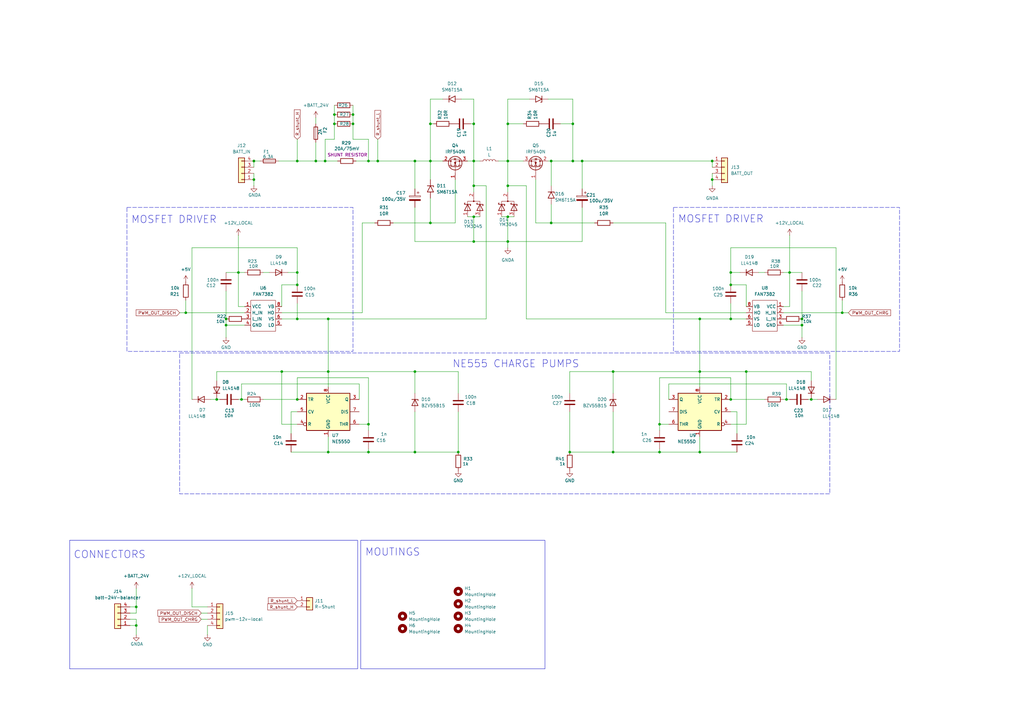
<source format=kicad_sch>
(kicad_sch (version 20231120) (generator "eeschema") (generator_version "8.0")
  (paper "A3")
  (lib_symbols
    (symbol "Connector_Generic:Conn_01x02" (pin_names (offset 1.016) hide)
      (property "Reference" "J" (at 0 2.54 0))
      (property "Value" "Conn_01x02" (at 0 -5.08 0))
      (symbol "Conn_01x02_1_1"
        (pin passive line (at -5.08 0 0) (length 3.81) (name "Pin_1") (number "1"))
        (pin passive line (at -5.08 -2.54 0) (length 3.81) (name "Pin_2") (number "2"))
      )
    )
    (symbol "Connector_Generic:Conn_01x04" (pin_names (offset 1.016) hide)
      (property "Reference" "J" (at 0 5.08 0))
      (property "Value" "Conn_01x04" (at 0 -7.62 0))
      (symbol "Conn_01x04_1_1"
        (pin passive line (at -5.08 2.54 0) (length 3.81) (name "Pin_1") (number "1"))
        (pin passive line (at -5.08 0 0) (length 3.81) (name "Pin_2") (number "2"))
        (pin passive line (at -5.08 -2.54 0) (length 3.81) (name "Pin_3") (number "3"))
        (pin passive line (at -5.08 -5.08 0) (length 3.81) (name "Pin_4") (number "4"))
      )
    )
    (symbol "Device:C" (pin_numbers hide) (pin_names (offset 0.254))
      (property "Reference" "C" (at 0.635 2.54 0))
      (property "Value" "C" (at 0.635 -2.54 0))
      (symbol "C_1_1"
        (pin passive line (at 0 3.81 270) (length 2.794) (name "~") (number "1"))
        (pin passive line (at 0 -3.81 90) (length 2.794) (name "~") (number "2"))
      )
    )
    (symbol "Device:C_Polarized" (pin_numbers hide) (pin_names (offset 0.254))
      (property "Reference" "C" (at 0.635 2.54 0))
      (property "Value" "C_Polarized" (at 0.635 -2.54 0))
      (symbol "C_Polarized_1_1"
        (pin passive line (at 0 3.81 270) (length 2.794) (name "~") (number "1"))
        (pin passive line (at 0 -3.81 90) (length 2.794) (name "~") (number "2"))
      )
    )
    (symbol "Device:D_Schottky_Dual_CommonCathode_AKA_Parallel" (pin_names (offset 0.762) hide)
      (property "Reference" "D" (at 0 5.08 0))
      (property "Value" "D_Schottky_Dual_CommonCathode_AKA_Parallel" (at 0 -5.08 0))
      (symbol "D_Schottky_Dual_CommonCathode_AKA_Parallel_0_1"
        (pin passive line (at -5.08 2.54 0) (length 2.54) (name "K") (number "1"))
        (pin passive line (at 5.08 0 180) (length 2.54) (name "A") (number "2"))
        (pin passive line (at -5.08 -2.54 0) (length 2.54) (name "K") (number "3"))
      )
    )
    (symbol "Device:Fuse" (pin_numbers hide) (pin_names (offset 0))
      (property "Reference" "F" (at 2.032 0 90))
      (property "Value" "Fuse" (at -1.905 0 90))
      (symbol "Fuse_1_1"
        (pin passive line (at 0 3.81 270) (length 1.27) (name "~") (number "1"))
        (pin passive line (at 0 -3.81 90) (length 1.27) (name "~") (number "2"))
      )
    )
    (symbol "Device:L" (pin_numbers hide) (pin_names (offset 1.016) hide)
      (property "Reference" "L" (at -1.27 0 90))
      (property "Value" "L" (at 1.905 0 90))
      (symbol "L_1_1"
        (pin passive line (at 0 3.81 270) (length 1.27) (name "1") (number "1"))
        (pin passive line (at 0 -3.81 90) (length 1.27) (name "2") (number "2"))
      )
    )
    (symbol "Device:R" (pin_numbers hide) (pin_names (offset 0))
      (property "Reference" "R" (at 2.032 0 90))
      (property "Value" "R" (at 0 0 90))
      (symbol "R_1_1"
        (pin passive line (at 0 3.81 270) (length 1.27) (name "~") (number "1"))
        (pin passive line (at 0 -3.81 90) (length 1.27) (name "~") (number "2"))
      )
    )
    (symbol "Diode:BZV55B15" (pin_numbers hide) (pin_names hide)
      (property "Reference" "D" (at 0 2.54 0))
      (property "Value" "BZV55B15" (at 0 -2.54 0))
      (symbol "BZV55B15_1_1"
        (pin passive line (at -3.81 0 0) (length 2.54) (name "K") (number "1"))
        (pin passive line (at 3.81 0 180) (length 2.54) (name "A") (number "2"))
      )
    )
    (symbol "Diode:LL4148" (pin_numbers hide) (pin_names hide)
      (property "Reference" "D" (at 0 2.54 0))
      (property "Value" "LL4148" (at 0 -2.54 0))
      (symbol "LL4148_1_1"
        (pin passive line (at -3.81 0 0) (length 2.54) (name "K") (number "1"))
        (pin passive line (at 3.81 0 180) (length 2.54) (name "A") (number "2"))
      )
    )
    (symbol "Diode:SM6T15A" (pin_numbers hide) (pin_names (offset 1.016) hide)
      (property "Reference" "D" (at 0 2.54 0))
      (property "Value" "SM6T15A" (at 0 -2.54 0))
      (symbol "SM6T15A_1_1"
        (pin passive line (at -3.81 0 0) (length 2.54) (name "A1") (number "1"))
        (pin passive line (at 3.81 0 180) (length 2.54) (name "A2") (number "2"))
      )
    )
    (symbol "Mechanical:MountingHole" (pin_names (offset 1.016)) (exclude_from_sim yes) (in_bom no)
      (property "Reference" "H" (at 0 5.08 0))
      (property "Value" "MountingHole" (at 0 3.175 0))
    )
    (symbol "My-Lib:FAN7382"
      (property "Reference" "U" (at -4.826 9.652 0))
      (property "Value" "FAN7382" (at -1.27 7.366 0))
      (symbol "FAN7382_1_1"
        (pin input line (at -7.62 3.81 0) (length 2.54) (name "VCC") (number "1"))
        (pin input line (at -7.62 1.27 0) (length 2.54) (name "H_IN") (number "2"))
        (pin input line (at -7.62 -1.27 0) (length 2.54) (name "L_IN") (number "3"))
        (pin input line (at -7.62 -3.81 0) (length 2.54) (name "GND") (number "4"))
        (pin input line (at 7.62 -3.81 180) (length 2.54) (name "LO") (number "5"))
        (pin input line (at 7.62 -1.27 180) (length 2.54) (name "VS") (number "6"))
        (pin input line (at 7.62 1.27 180) (length 2.54) (name "HO") (number "7"))
        (pin input line (at 7.62 3.81 180) (length 2.54) (name "VB") (number "8"))
      )
    )
    (symbol "Timer:NE555D"
      (property "Reference" "U" (at -10.16 8.89 0))
      (property "Value" "NE555D" (at 2.54 8.89 0))
      (symbol "NE555D_0_0"
        (pin power_in line (at 0 -10.16 90) (length 2.54) (name "GND") (number "1"))
        (pin power_in line (at 0 10.16 270) (length 2.54) (name "VCC") (number "8"))
      )
      (symbol "NE555D_1_1"
        (pin input line (at -12.7 5.08 0) (length 3.81) (name "TR") (number "2"))
        (pin output line (at 12.7 5.08 180) (length 3.81) (name "Q") (number "3"))
        (pin input inverted (at -12.7 -5.08 0) (length 3.81) (name "R") (number "4"))
        (pin input line (at -12.7 0 0) (length 3.81) (name "CV") (number "5"))
        (pin input line (at 12.7 -5.08 180) (length 3.81) (name "THR") (number "6"))
        (pin input line (at 12.7 0 180) (length 3.81) (name "DIS") (number "7"))
      )
    )
    (symbol "Transistor_FET:IRF540N" (pin_names hide)
      (property "Reference" "Q" (at 5.08 1.905 0))
      (property "Value" "IRF540N" (at 5.08 0 0))
      (symbol "IRF540N_1_1"
        (pin input line (at -5.08 0 0) (length 2.54) (name "G") (number "1"))
        (pin passive line (at 2.54 5.08 270) (length 2.54) (name "D") (number "2"))
        (pin passive line (at 2.54 -5.08 90) (length 2.54) (name "S") (number "3"))
      )
    )
    (symbol "power:+5V" (power) (pin_numbers hide) (pin_names (offset 0) hide)
      (property "Value" "+5V" (at 0 3.556 0))
      (symbol "+5V_1_1"
        (pin power_in line (at 0 0 90) (length 0) (name "~") (number "1"))
      )
    )
    (symbol "power:+BATT" (power) (pin_numbers hide) (pin_names (offset 0) hide)
      (property "Value" "+BATT" (at 0 3.556 0))
      (symbol "+BATT_1_1"
        (pin power_in line (at 0 0 90) (length 0) (name "~") (number "1"))
      )
    )
    (symbol "power:GND" (power) (pin_numbers hide) (pin_names (offset 0) hide)
      (property "Value" "GND" (at 0 -3.81 0))
      (symbol "GND_1_1"
        (pin power_in line (at 0 0 270) (length 0) (name "~") (number "1"))
      )
    )
    (symbol "power:GNDA" (power) (pin_numbers hide) (pin_names (offset 0) hide)
      (property "Value" "GNDA" (at 0 -3.81 0))
      (symbol "GNDA_1_1"
        (pin power_in line (at 0 0 270) (length 0) (name "~") (number "1"))
      )
    )
  )
  (junction (at 345.44 128.27))
  (junction (at 76.2 128.27))
  (junction (at 208.28 76.2))
  (junction (at 299.72 163.83))
  (junction (at 299.72 116.84))
  (junction (at 328.93 133.35))
  (junction (at 194.31 76.2))
  (junction (at 133.35 66.04))
  (junction (at 97.79 111.76))
  (junction (at 287.02 130.81))
  (junction (at 299.72 130.81))
  (junction (at 226.06 91.44))
  (junction (at 170.18 185.42))
  (junction (at 154.94 66.04))
  (junction (at 121.92 116.84))
  (junction (at 251.46 152.4))
  (junction (at 234.95 50.8))
  (junction (at 208.28 99.06))
  (junction (at 176.53 91.44))
  (junction (at 121.92 130.81))
  (junction (at 137.16 50.8))
  (junction (at 134.62 185.42))
  (junction (at 151.13 66.04))
  (junction (at 251.46 185.42))
  (junction (at 134.62 152.4))
  (junction (at 234.95 66.04))
  (junction (at 194.31 66.04))
  (junction (at 226.06 66.04))
  (junction (at 292.1 73.66))
  (junction (at 287.02 185.42))
  (junction (at 99.06 163.83))
  (junction (at 194.31 88.9))
  (junction (at 137.16 46.99))
  (junction (at 323.85 111.76))
  (junction (at 92.71 133.35))
  (junction (at 176.53 66.04))
  (junction (at 292.1 66.04))
  (junction (at 299.72 111.76))
  (junction (at 151.13 173.99))
  (junction (at 194.31 50.8))
  (junction (at 134.62 130.81))
  (junction (at 208.28 66.04))
  (junction (at 176.53 50.8))
  (junction (at 55.88 248.92))
  (junction (at 208.28 50.8))
  (junction (at 104.14 73.66))
  (junction (at 194.31 99.06))
  (junction (at 233.68 185.42))
  (junction (at 187.96 185.42))
  (junction (at 88.9 163.83))
  (junction (at 144.78 50.8))
  (junction (at 170.18 152.4))
  (junction (at 322.58 163.83))
  (junction (at 306.07 152.4))
  (junction (at 104.14 66.04))
  (junction (at 144.78 46.99))
  (junction (at 270.51 185.42))
  (junction (at 115.57 152.4))
  (junction (at 332.74 163.83))
  (junction (at 121.92 163.83))
  (junction (at 129.54 66.04))
  (junction (at 208.28 88.9))
  (junction (at 121.92 111.76))
  (junction (at 328.93 130.81))
  (junction (at 270.51 173.99))
  (junction (at 92.71 130.81))
  (junction (at 55.88 256.54))
  (junction (at 170.18 66.04))
  (junction (at 287.02 152.4))
  (junction (at 151.13 185.42))
  (junction (at 121.92 66.04))
  (junction (at 238.76 66.04))
  (wire (pts (xy 194.31 88.9) (xy 196.85 88.9)))
  (wire (pts (xy 121.92 101.6) (xy 121.92 111.76)))
  (wire (pts (xy 134.62 152.4) (xy 115.57 152.4)))
  (wire (pts (xy 194.31 99.06) (xy 208.28 99.06)))
  (wire (pts (xy 194.31 50.8) (xy 194.31 66.04)))
  (wire (pts (xy 194.31 66.04) (xy 196.85 66.04)))
  (wire (pts (xy 238.76 99.06) (xy 238.76 85.09)))
  (wire (pts (xy 144.78 50.8) (xy 144.78 57.15)))
  (wire (pts (xy 208.28 99.06) (xy 208.28 88.9)))
  (wire (pts (xy 115.57 128.27) (xy 148.59 128.27)))
  (wire (pts (xy 226.06 83.82) (xy 226.06 91.44)))
  (wire (pts (xy 251.46 152.4) (xy 251.46 161.29)))
  (wire (pts (xy 137.16 50.8) (xy 137.16 57.15)))
  (wire (pts (xy 323.85 111.76) (xy 321.31 111.76)))
  (wire (pts (xy 226.06 66.04) (xy 226.06 76.2)))
  (wire (pts (xy 78.74 248.92) (xy 85.09 248.92)))
  (wire (pts (xy 151.13 184.15) (xy 151.13 185.42)))
  (wire (pts (xy 53.34 251.46) (xy 55.88 251.46)))
  (wire (pts (xy 191.77 88.9) (xy 194.31 88.9)))
  (wire (pts (xy 208.28 101.6) (xy 208.28 99.06)))
  (wire (pts (xy 205.74 88.9) (xy 208.28 88.9)))
  (wire (pts (xy 251.46 152.4) (xy 233.68 152.4)))
  (wire (pts (xy 121.92 57.15) (xy 121.92 66.04)))
  (wire (pts (xy 121.92 154.94) (xy 151.13 154.94)))
  (wire (pts (xy 226.06 91.44) (xy 243.84 91.44)))
  (wire (pts (xy 115.57 125.73) (xy 115.57 116.84)))
  (wire (pts (xy 55.88 248.92) (xy 55.88 241.3)))
  (wire (pts (xy 134.62 152.4) (xy 134.62 158.75)))
  (wire (pts (xy 134.62 130.81) (xy 121.92 130.81)))
  (wire (pts (xy 151.13 154.94) (xy 151.13 173.99)))
  (wire (pts (xy 321.31 125.73) (xy 323.85 125.73)))
  (wire (pts (xy 100.33 125.73) (xy 97.79 125.73)))
  (wire (pts (xy 345.44 123.19) (xy 345.44 128.27)))
  (wire (pts (xy 328.93 119.38) (xy 328.93 130.81)))
  (wire (pts (xy 133.35 57.15) (xy 137.16 57.15)))
  (wire (pts (xy 176.53 81.28) (xy 176.53 91.44)))
  (wire (pts (xy 287.02 179.07) (xy 287.02 185.42)))
  (wire (pts (xy 151.13 57.15) (xy 144.78 57.15)))
  (wire (pts (xy 313.69 111.76) (xy 311.15 111.76)))
  (wire (pts (xy 53.34 248.92) (xy 55.88 248.92)))
  (wire (pts (xy 208.28 50.8) (xy 214.63 50.8)))
  (wire (pts (xy 97.79 111.76) (xy 100.33 111.76)))
  (wire (pts (xy 88.9 163.83) (xy 90.17 163.83)))
  (wire (pts (xy 119.38 185.42) (xy 134.62 185.42)))
  (wire (pts (xy 347.98 128.27) (xy 345.44 128.27)))
  (wire (pts (xy 86.36 163.83) (xy 88.9 163.83)))
  (wire (pts (xy 208.28 76.2) (xy 215.9 76.2)))
  (wire (pts (xy 119.38 177.8) (xy 119.38 168.91)))
  (wire (pts (xy 234.95 40.64) (xy 234.95 50.8)))
  (wire (pts (xy 76.2 128.27) (xy 100.33 128.27)))
  (wire (pts (xy 99.06 157.48) (xy 99.06 163.83)))
  (wire (pts (xy 219.71 91.44) (xy 226.06 91.44)))
  (wire (pts (xy 118.11 111.76) (xy 121.92 111.76)))
  (wire (pts (xy 78.74 163.83) (xy 78.74 101.6)))
  (wire (pts (xy 144.78 46.99) (xy 144.78 50.8)))
  (wire (pts (xy 78.74 241.3) (xy 78.74 248.92)))
  (wire (pts (xy 313.69 163.83) (xy 299.72 163.83)))
  (wire (pts (xy 199.39 130.81) (xy 134.62 130.81)))
  (wire (pts (xy 176.53 66.04) (xy 176.53 73.66)))
  (wire (pts (xy 92.71 119.38) (xy 92.71 130.81)))
  (wire (pts (xy 332.74 152.4) (xy 306.07 152.4)))
  (wire (pts (xy 194.31 76.2) (xy 194.31 78.74)))
  (wire (pts (xy 129.54 48.26) (xy 129.54 50.8)))
  (wire (pts (xy 194.31 66.04) (xy 194.31 76.2)))
  (wire (pts (xy 92.71 133.35) (xy 100.33 133.35)))
  (wire (pts (xy 234.95 66.04) (xy 238.76 66.04)))
  (wire (pts (xy 170.18 152.4) (xy 170.18 161.29)))
  (wire (pts (xy 287.02 185.42) (xy 270.51 185.42)))
  (wire (pts (xy 151.13 173.99) (xy 151.13 176.53)))
  (wire (pts (xy 322.58 157.48) (xy 322.58 163.83)))
  (wire (pts (xy 204.47 66.04) (xy 208.28 66.04)))
  (wire (pts (xy 194.31 40.64) (xy 194.31 50.8)))
  (wire (pts (xy 199.39 76.2) (xy 199.39 130.81)))
  (wire (pts (xy 176.53 66.04) (xy 181.61 66.04)))
  (wire (pts (xy 151.13 66.04) (xy 146.05 66.04)))
  (wire (pts (xy 226.06 66.04) (xy 234.95 66.04)))
  (wire (pts (xy 302.26 168.91) (xy 299.72 168.91)))
  (wire (pts (xy 306.07 173.99) (xy 299.72 173.99)))
  (wire (pts (xy 119.38 168.91) (xy 121.92 168.91)))
  (wire (pts (xy 342.9 163.83) (xy 342.9 101.6)))
  (wire (pts (xy 215.9 76.2) (xy 215.9 130.81)))
  (wire (pts (xy 85.09 251.46) (xy 82.55 251.46)))
  (wire (pts (xy 287.02 130.81) (xy 287.02 152.4)))
  (wire (pts (xy 270.51 173.99) (xy 274.32 173.99)))
  (wire (pts (xy 121.92 163.83) (xy 121.92 154.94)))
  (wire (pts (xy 273.05 128.27) (xy 273.05 91.44)))
  (wire (pts (xy 85.09 260.35) (xy 85.09 256.54)))
  (wire (pts (xy 208.28 50.8) (xy 208.28 66.04)))
  (wire (pts (xy 92.71 133.35) (xy 92.71 138.43)))
  (wire (pts (xy 332.74 163.83) (xy 331.47 163.83)))
  (wire (pts (xy 191.77 66.04) (xy 194.31 66.04)))
  (wire (pts (xy 176.53 50.8) (xy 177.8 50.8)))
  (wire (pts (xy 328.93 133.35) (xy 321.31 133.35)))
  (wire (pts (xy 151.13 66.04) (xy 154.94 66.04)))
  (wire (pts (xy 92.71 130.81) (xy 92.71 133.35)))
  (wire (pts (xy 342.9 101.6) (xy 299.72 101.6)))
  (wire (pts (xy 107.95 111.76) (xy 110.49 111.76)))
  (wire (pts (xy 170.18 66.04) (xy 170.18 77.47)))
  (wire (pts (xy 148.59 91.44) (xy 153.67 91.44)))
  (wire (pts (xy 88.9 156.21) (xy 88.9 152.4)))
  (wire (pts (xy 189.23 40.64) (xy 194.31 40.64)))
  (wire (pts (xy 270.51 173.99) (xy 270.51 176.53)))
  (wire (pts (xy 176.53 91.44) (xy 186.69 91.44)))
  (wire (pts (xy 303.53 111.76) (xy 299.72 111.76)))
  (wire (pts (xy 147.32 163.83) (xy 147.32 157.48)))
  (wire (pts (xy 332.74 156.21) (xy 332.74 152.4)))
  (wire (pts (xy 323.85 163.83) (xy 322.58 163.83)))
  (wire (pts (xy 104.14 66.04) (xy 106.68 66.04)))
  (wire (pts (xy 193.04 50.8) (xy 194.31 50.8)))
  (wire (pts (xy 115.57 173.99) (xy 121.92 173.99)))
  (wire (pts (xy 208.28 88.9) (xy 210.82 88.9)))
  (wire (pts (xy 151.13 173.99) (xy 147.32 173.99)))
  (wire (pts (xy 251.46 185.42) (xy 233.68 185.42)))
  (wire (pts (xy 170.18 99.06) (xy 170.18 85.09)))
  (wire (pts (xy 194.31 88.9) (xy 194.31 99.06)))
  (wire (pts (xy 251.46 91.44) (xy 273.05 91.44)))
  (wire (pts (xy 233.68 185.42) (xy 233.68 168.91)))
  (wire (pts (xy 99.06 163.83) (xy 100.33 163.83)))
  (wire (pts (xy 134.62 185.42) (xy 151.13 185.42)))
  (wire (pts (xy 92.71 111.76) (xy 97.79 111.76)))
  (wire (pts (xy 208.28 50.8) (xy 208.28 40.64)))
  (wire (pts (xy 208.28 66.04) (xy 214.63 66.04)))
  (wire (pts (xy 306.07 116.84) (xy 299.72 116.84)))
  (wire (pts (xy 104.14 71.12) (xy 104.14 73.66)))
  (wire (pts (xy 170.18 99.06) (xy 194.31 99.06)))
  (wire (pts (xy 345.44 128.27) (xy 321.31 128.27)))
  (wire (pts (xy 97.79 125.73) (xy 97.79 111.76)))
  (wire (pts (xy 115.57 152.4) (xy 115.57 173.99)))
  (wire (pts (xy 170.18 152.4) (xy 187.96 152.4)))
  (wire (pts (xy 287.02 152.4) (xy 287.02 158.75)))
  (wire (pts (xy 137.16 43.18) (xy 137.16 46.99)))
  (wire (pts (xy 323.85 125.73) (xy 323.85 111.76)))
  (wire (pts (xy 229.87 50.8) (xy 234.95 50.8)))
  (wire (pts (xy 121.92 111.76) (xy 121.92 116.84)))
  (wire (pts (xy 208.28 76.2) (xy 208.28 78.74)))
  (wire (pts (xy 144.78 43.18) (xy 144.78 46.99)))
  (wire (pts (xy 55.88 251.46) (xy 55.88 248.92)))
  (wire (pts (xy 208.28 99.06) (xy 238.76 99.06)))
  (wire (pts (xy 161.29 91.44) (xy 176.53 91.44)))
  (wire (pts (xy 53.34 254) (xy 55.88 254)))
  (wire (pts (xy 299.72 124.46) (xy 299.72 130.81)))
  (wire (pts (xy 88.9 152.4) (xy 115.57 152.4)))
  (wire (pts (xy 73.66 128.27) (xy 76.2 128.27)))
  (wire (pts (xy 234.95 50.8) (xy 234.95 66.04)))
  (wire (pts (xy 107.95 163.83) (xy 121.92 163.83)))
  (wire (pts (xy 129.54 66.04) (xy 133.35 66.04)))
  (wire (pts (xy 224.79 40.64) (xy 234.95 40.64)))
  (wire (pts (xy 299.72 130.81) (xy 306.07 130.81)))
  (wire (pts (xy 299.72 163.83) (xy 299.72 154.94)))
  (wire (pts (xy 251.46 185.42) (xy 251.46 168.91)))
  (wire (pts (xy 238.76 66.04) (xy 238.76 77.47)))
  (wire (pts (xy 134.62 152.4) (xy 170.18 152.4)))
  (wire (pts (xy 270.51 185.42) (xy 251.46 185.42)))
  (wire (pts (xy 215.9 130.81) (xy 287.02 130.81)))
  (wire (pts (xy 224.79 66.04) (xy 226.06 66.04)))
  (wire (pts (xy 151.13 185.42) (xy 170.18 185.42)))
  (wire (pts (xy 170.18 185.42) (xy 170.18 168.91)))
  (wire (pts (xy 55.88 256.54) (xy 55.88 260.35)))
  (wire (pts (xy 187.96 185.42) (xy 187.96 168.91)))
  (wire (pts (xy 299.72 101.6) (xy 299.72 111.76)))
  (wire (pts (xy 55.88 254) (xy 55.88 256.54)))
  (wire (pts (xy 270.51 184.15) (xy 270.51 185.42)))
  (wire (pts (xy 133.35 66.04) (xy 138.43 66.04)))
  (wire (pts (xy 302.26 185.42) (xy 287.02 185.42)))
  (wire (pts (xy 134.62 130.81) (xy 134.62 152.4)))
  (wire (pts (xy 147.32 157.48) (xy 99.06 157.48)))
  (wire (pts (xy 115.57 116.84) (xy 121.92 116.84)))
  (wire (pts (xy 129.54 58.42) (xy 129.54 66.04)))
  (wire (pts (xy 154.94 57.15) (xy 154.94 66.04)))
  (wire (pts (xy 219.71 73.66) (xy 219.71 91.44)))
  (wire (pts (xy 154.94 66.04) (xy 170.18 66.04)))
  (wire (pts (xy 97.79 163.83) (xy 99.06 163.83)))
  (wire (pts (xy 194.31 76.2) (xy 199.39 76.2)))
  (wire (pts (xy 208.28 66.04) (xy 208.28 76.2)))
  (wire (pts (xy 302.26 177.8) (xy 302.26 168.91)))
  (wire (pts (xy 121.92 130.81) (xy 115.57 130.81)))
  (wire (pts (xy 233.68 152.4) (xy 233.68 161.29)))
  (wire (pts (xy 133.35 66.04) (xy 133.35 57.15)))
  (wire (pts (xy 186.69 73.66) (xy 186.69 91.44)))
  (wire (pts (xy 328.93 130.81) (xy 328.93 133.35)))
  (wire (pts (xy 148.59 128.27) (xy 148.59 91.44)))
  (wire (pts (xy 292.1 66.04) (xy 292.1 68.58)))
  (wire (pts (xy 299.72 154.94) (xy 270.51 154.94)))
  (wire (pts (xy 208.28 40.64) (xy 217.17 40.64)))
  (wire (pts (xy 270.51 154.94) (xy 270.51 173.99)))
  (wire (pts (xy 274.32 163.83) (xy 274.32 157.48)))
  (wire (pts (xy 104.14 73.66) (xy 104.14 76.2)))
  (wire (pts (xy 151.13 66.04) (xy 151.13 57.15)))
  (wire (pts (xy 137.16 46.99) (xy 137.16 50.8)))
  (wire (pts (xy 274.32 157.48) (xy 322.58 157.48)))
  (wire (pts (xy 287.02 152.4) (xy 306.07 152.4)))
  (wire (pts (xy 322.58 163.83) (xy 321.31 163.83)))
  (wire (pts (xy 97.79 111.76) (xy 97.79 96.52)))
  (wire (pts (xy 328.93 133.35) (xy 328.93 138.43)))
  (wire (pts (xy 170.18 185.42) (xy 187.96 185.42)))
  (wire (pts (xy 287.02 152.4) (xy 251.46 152.4)))
  (wire (pts (xy 176.53 50.8) (xy 176.53 40.64)))
  (wire (pts (xy 170.18 66.04) (xy 176.53 66.04)))
  (wire (pts (xy 292.1 71.12) (xy 292.1 73.66)))
  (wire (pts (xy 176.53 40.64) (xy 181.61 40.64)))
  (wire (pts (xy 187.96 152.4) (xy 187.96 161.29)))
  (wire (pts (xy 306.07 125.73) (xy 306.07 116.84)))
  (wire (pts (xy 328.93 111.76) (xy 323.85 111.76)))
  (wire (pts (xy 292.1 73.66) (xy 292.1 76.2)))
  (wire (pts (xy 287.02 130.81) (xy 299.72 130.81)))
  (wire (pts (xy 85.09 254) (xy 82.55 254)))
  (wire (pts (xy 104.14 66.04) (xy 104.14 68.58)))
  (wire (pts (xy 299.72 111.76) (xy 299.72 116.84)))
  (wire (pts (xy 121.92 124.46) (xy 121.92 130.81)))
  (wire (pts (xy 53.34 256.54) (xy 55.88 256.54)))
  (wire (pts (xy 335.28 163.83) (xy 332.74 163.83)))
  (wire (pts (xy 323.85 111.76) (xy 323.85 96.52)))
  (wire (pts (xy 306.07 152.4) (xy 306.07 173.99)))
  (wire (pts (xy 134.62 179.07) (xy 134.62 185.42)))
  (wire (pts (xy 176.53 50.8) (xy 176.53 66.04)))
  (wire (pts (xy 78.74 101.6) (xy 121.92 101.6)))
  (wire (pts (xy 114.3 66.04) (xy 121.92 66.04)))
  (wire (pts (xy 76.2 123.19) (xy 76.2 128.27)))
  (wire (pts (xy 121.92 66.04) (xy 129.54 66.04)))
  (wire (pts (xy 238.76 66.04) (xy 292.1 66.04)))
  (wire (pts (xy 306.07 128.27) (xy 273.05 128.27)))
  (rectangle (start 147.955 221.615) (end 223.52 274.32))
  (rectangle (start 73.66 144.78) (end 340.36 202.565) (stroke (width 0) (type dash)))
  (rectangle (start 52.07 85.09) (end 144.78 144.145) (stroke (width 0) (type dash)))
  (rectangle (start 276.225 85.09) (end 368.935 144.145) (stroke (width 0) (type dash)))
  (rectangle (start 28.575 221.615) (end 146.685 274.32))
  (text "MOUTINGS" (at 161.036 226.568 0) (effects (font (size 3 3))))
  (text "NE555 CHARGE PUMPS" (at 211.582 149.352 0) (effects (font (size 3 3))))
  (text "MOSFET DRIVER" (at 295.656 89.916 0) (effects (font (size 3 3))))
  (text "MOSFET DRIVER" (at 71.374 90.17 0) (effects (font (size 3 3))))
  (text "CONNECTORS\n" (at 44.958 227.584 0) (effects (font (size 3 3))))
  (global_label "PWM_OUT_DISCH" (shape input) (at 82.55 251.46 180) (property "Intersheetrefs" "${INTERSHEET_REFS}" (effects (hide yes))))
  (global_label "R_shunt_L" (shape input) (at 121.92 246.38 180) (property "Intersheetrefs" "${INTERSHEET_REFS}" (effects (hide yes))))
  (global_label "PWM_OUT_CHRG" (shape input) (at 347.98 128.27 0) (property "Intersheetrefs" "${INTERSHEET_REFS}" (effects (hide yes))))
  (global_label "R_shunt_H" (shape input) (at 121.92 248.92 180) (property "Intersheetrefs" "${INTERSHEET_REFS}" (effects (hide yes))))
  (global_label "R_shunt_L" (shape input) (at 154.94 57.15 90) (property "Intersheetrefs" "${INTERSHEET_REFS}" (effects (hide yes))))
  (global_label "PWM_OUT_DISCH" (shape input) (at 73.66 128.27 180) (property "Intersheetrefs" "${INTERSHEET_REFS}" (effects (hide yes))))
  (global_label "PWM_OUT_CHRG" (shape input) (at 82.55 254 180) (property "Intersheetrefs" "${INTERSHEET_REFS}" (effects (hide yes))))
  (global_label "R_shunt_H" (shape input) (at 121.92 57.15 90) (property "Intersheetrefs" "${INTERSHEET_REFS}" (effects (hide yes))))
  (symbol (lib_id "Mechanical:MountingHole") (at 165.1 252.73 0) (unit 1) (exclude_from_sim yes) (in_bom no)
    (property "Reference" "H5" (at 167.64 251.4599 0) (effects (justify left)))
    (property "Value" "MountingHole" (at 167.64 253.9999 0) (effects (justify left)))
    (property "Footprint" "My-Footprints:Mount-Hole-3mm" (effects (hide yes)))
    (property "Description" "Mounting Hole without connection" (effects (hide yes)))
  )
  (symbol (lib_id "Device:R") (at 104.14 163.83 270) (unit 1)
    (property "Reference" "R24" (at 105.156 161.544 90) (effects (justify right)))
    (property "Value" "100k" (at 106.934 166.116 90) (effects (justify right)))
    (property "Footprint" "Resistor_SMD:R_0805_2012Metric" (effects (hide yes)))
    (property "Description" "Resistor" (effects (hide yes)))
  )
  (symbol (lib_id "Device:C") (at 151.13 180.34 180) (unit 1)
    (property "Reference" "C16" (at 158.242 180.594 0) (effects (justify left)))
    (property "Value" "1n" (at 158.75 178.054 0) (effects (justify left)))
    (property "Footprint" "Capacitor_SMD:C_0805_2012Metric_Pad1.18x1.45mm_HandSolder" (effects (hide yes)))
    (property "Description" "Unpolarized capacitor" (effects (hide yes)))
  )
  (symbol (lib_id "Diode:LL4148") (at 114.3 111.76 180) (unit 1)
    (property "Reference" "D9" (at 114.3 105.41 0))
    (property "Value" "LL4148" (at 114.3 107.95 0))
    (property "Footprint" "Diode_SMD:D_MiniMELF" (effects (hide yes)))
    (property "Datasheet" "http://www.vishay.com/docs/85557/ll4148.pdf" (effects (hide yes)))
    (property "Description" "100V 0.15A standard switching diode, MiniMELF" (effects (hide yes)))
    (property "Sim.Device" "D" (effects (hide yes)))
    (property "Sim.Pins" "1=K 2=A" (effects (hide yes)))
  )
  (symbol (lib_id "Device:R") (at 233.68 189.23 0) (mirror x) (unit 1)
    (property "Reference" "R41" (at 231.648 188.214 0) (effects (justify right)))
    (property "Value" "1k" (at 231.902 190.246 0) (effects (justify right)))
    (property "Footprint" "Resistor_SMD:R_0805_2012Metric" (effects (hide yes)))
    (property "Description" "Resistor" (effects (hide yes)))
  )
  (symbol (lib_id "Connector_Generic:Conn_01x04") (at 90.17 251.46 0) (unit 1)
    (property "Reference" "J15" (at 92.202 251.5178 0) (effects (justify left)))
    (property "Value" "pwm-12v-local" (at 92.202 253.9421 0) (effects (justify left)))
    (property "Footprint" "My-Footprints-connectors:PinSocket_1x04_P2.54mm_Vertical" (effects (hide yes)))
    (property "Description" "Generic connector, single row, 01x04, script generated (kicad-library-utils/schlib/autogen/connector/)" (effects (hide yes)))
  )
  (symbol (lib_id "Device:C") (at 121.92 120.65 180) (unit 1)
    (property "Reference" "C15" (at 129.032 120.904 0) (effects (justify left)))
    (property "Value" "100n" (at 129.54 118.364 0) (effects (justify left)))
    (property "Footprint" "Capacitor_SMD:C_0805_2012Metric_Pad1.18x1.45mm_HandSolder" (effects (hide yes)))
    (property "Description" "Unpolarized capacitor" (effects (hide yes)))
  )
  (symbol (lib_id "Device:C") (at 233.68 165.1 0) (mirror x) (unit 1)
    (property "Reference" "C27" (at 226.568 165.354 0) (effects (justify left)))
    (property "Value" "100n" (at 226.06 162.814 0) (effects (justify left)))
    (property "Footprint" "Capacitor_SMD:C_0805_2012Metric_Pad1.18x1.45mm_HandSolder" (effects (hide yes)))
    (property "Description" "Unpolarized capacitor" (effects (hide yes)))
  )
  (symbol (lib_id "Device:R") (at 325.12 130.81 270) (mirror x) (unit 1)
    (property "Reference" "R37" (at 332.74 129.794 90) (effects (justify right)))
    (property "Value" "10k" (at 332.994 131.826 90) (effects (justify right)))
    (property "Footprint" "Resistor_SMD:R_0805_2012Metric" (effects (hide yes)))
    (property "Description" "Resistor" (effects (hide yes)))
  )
  (symbol (lib_id "power:+5V") (at 323.85 96.52 0) (mirror y) (unit 1)
    (property "Reference" "#PWR057" (effects (hide yes)))
    (property "Value" "+12V_LOCAL" (at 323.85 91.44 0))
    (property "Description" "Power symbol creates a global label with name \"+5V\"" (effects (hide yes)))
  )
  (symbol (lib_id "My-Lib:FAN7382") (at 107.95 129.54 0) (unit 1)
    (property "Reference" "U6" (at 107.95 118.11 0))
    (property "Value" "FAN7382" (at 107.95 120.65 0))
    (property "Footprint" "Package_DIP:DIP-8_W10.16mm_LongPads" (effects (hide yes)))
    (property "Description" "High-Side and Low-Side Gate Driver" (effects (hide yes)))
  )
  (symbol (lib_id "Device:D_Schottky_Dual_CommonCathode_AKA_Parallel") (at 208.28 83.82 90) (unit 1)
    (property "Reference" "D14" (at 204.724 90.17 90) (effects (justify right)))
    (property "Value" "YM3045" (at 204.724 92.0751 90) (effects (justify right)))
    (property "Footprint" "My-Footprints:TO-220-3_V_Thick_Pads" (effects (hide yes)))
    (property "Description" "Dual Schottky diode, common anode on pin 1" (effects (hide yes)))
  )
  (symbol (lib_id "Device:R") (at 140.97 46.99 90) (unit 1)
    (property "Reference" "R27" (at 141.224 46.99 90))
    (property "Value" "20A/75mV" (effects (hide yes)))
    (property "Footprint" "Resistor_THT:R_Axial_DIN0309_L9.0mm_D3.2mm_P20.32mm_Horizontal" (effects (hide yes)))
    (property "Description" "SHUNT RESISTOR" (effects (hide yes)))
  )
  (symbol (lib_id "Connector_Generic:Conn_01x04") (at 297.18 68.58 0) (unit 1)
    (property "Reference" "J13" (at 299.72 68.5799 0) (effects (justify left)))
    (property "Value" "BATT_OUT" (at 299.72 71.1199 0) (effects (justify left)))
    (property "Footprint" "My-Footprints-connectors:Flat-6,3mm-connector-4P" (effects (hide yes)))
    (property "Description" "Generic connector, single row, 01x04, script generated (kicad-library-utils/schlib/autogen/connector/)" (effects (hide yes)))
  )
  (symbol (lib_id "Device:C") (at 302.26 181.61 180) (unit 1)
    (property "Reference" "C24" (at 309.372 181.864 0) (effects (justify left)))
    (property "Value" "10n" (at 309.88 179.324 0) (effects (justify left)))
    (property "Footprint" "Capacitor_SMD:C_0805_2012Metric_Pad1.18x1.45mm_HandSolder" (effects (hide yes)))
    (property "Description" "Unpolarized capacitor" (effects (hide yes)))
  )
  (symbol (lib_id "Diode:LL4148") (at 82.55 163.83 0) (unit 1)
    (property "Reference" "D7" (at 84.328 168.148 0) (effects (justify right)))
    (property "Value" "LL4148" (at 84.328 170.688 0) (effects (justify right)))
    (property "Footprint" "Diode_SMD:D_MiniMELF" (effects (hide yes)))
    (property "Datasheet" "http://www.vishay.com/docs/85557/ll4148.pdf" (effects (hide yes)))
    (property "Description" "100V 0.15A standard switching diode, MiniMELF" (effects (hide yes)))
    (property "Sim.Device" "D" (effects (hide yes)))
    (property "Sim.Pins" "1=K 2=A" (effects (hide yes)))
  )
  (symbol (lib_id "Device:R") (at 76.2 119.38 0) (unit 1)
    (property "Reference" "R21" (at 73.66 120.6501 0) (effects (justify right)))
    (property "Value" "10k" (at 73.66 118.1101 0) (effects (justify right)))
    (property "Footprint" "Resistor_SMD:R_0805_2012Metric" (effects (hide yes)))
    (property "Description" "Resistor" (effects (hide yes)))
  )
  (symbol (lib_id "power:+5V") (at 78.74 241.3 0) (unit 1)
    (property "Reference" "#PWR066" (effects (hide yes)))
    (property "Value" "+12V_LOCAL" (at 78.74 236.22 0))
    (property "Description" "Power symbol creates a global label with name \"+5V\"" (effects (hide yes)))
  )
  (symbol (lib_id "Device:C") (at 270.51 180.34 0) (mirror x) (unit 1)
    (property "Reference" "C26" (at 263.398 180.594 0) (effects (justify left)))
    (property "Value" "1n" (at 262.89 178.054 0) (effects (justify left)))
    (property "Footprint" "Capacitor_SMD:C_0805_2012Metric_Pad1.18x1.45mm_HandSolder" (effects (hide yes)))
    (property "Description" "Unpolarized capacitor" (effects (hide yes)))
  )
  (symbol (lib_id "Device:R") (at 218.44 50.8 90) (mirror x) (unit 1)
    (property "Reference" "R34" (at 217.2278 49.022 0) (effects (justify right)))
    (property "Value" "10R" (at 219.6521 49.022 0) (effects (justify right)))
    (property "Footprint" "Resistor_THT:R_Axial_DIN0204_L3.6mm_D1.6mm_P7.62mm_Horizontal" (effects (hide yes)))
    (property "Description" "Resistor" (effects (hide yes)))
  )
  (symbol (lib_id "Mechanical:MountingHole") (at 165.1 257.81 0) (unit 1) (exclude_from_sim yes) (in_bom no)
    (property "Reference" "H6" (at 167.64 256.5399 0) (effects (justify left)))
    (property "Value" "MountingHole" (at 167.64 259.0799 0) (effects (justify left)))
    (property "Footprint" "My-Footprints:Mount-Hole-3mm" (effects (hide yes)))
    (property "Description" "Mounting Hole without connection" (effects (hide yes)))
  )
  (symbol (lib_id "power:GNDA") (at 292.1 76.2 0) (unit 1)
    (property "Reference" "#PWR056" (effects (hide yes)))
    (property "Value" "GNDA" (at 292.1 81.28 0))
    (property "Description" "Power symbol creates a global label with name \"GNDA\" , analog ground" (effects (hide yes)))
  )
  (symbol (lib_id "Device:R") (at 142.24 66.04 90) (unit 1)
    (property "Reference" "R29" (at 141.986 58.674 90))
    (property "Value" "20A/75mV" (at 142.24 60.96 90))
    (property "Footprint" "My-Footprints:Resistor-Power-5W-L22-W10" (effects (hide yes)))
    (property "Description" "SHUNT RESISTOR" (at 142.494 63.5 90))
  )
  (symbol (lib_id "Diode:SM6T15A") (at 220.98 40.64 180) (unit 1)
    (property "Reference" "D15" (at 220.98 34.29 0))
    (property "Value" "SM6T15A" (at 220.98 36.83 0))
    (property "Footprint" "Diode_SMD:D_SMB" (effects (hide yes)))
    (property "Datasheet" "https://www.st.com/resource/en/datasheet/sm6t.pdf" (effects (hide yes)))
    (property "Description" "600W unidirectional Transil Transient Voltage Suppressor, 15Vrwm, DO-214AA" (effects (hide yes)))
  )
  (symbol (lib_id "Device:R") (at 247.65 91.44 270) (mirror x) (unit 1)
    (property "Reference" "R35" (at 247.65 85.09 90))
    (property "Value" "10R" (at 247.65 87.63 90))
    (property "Footprint" "Resistor_SMD:R_0805_2012Metric" (effects (hide yes)))
    (property "Description" "Resistor" (effects (hide yes)))
  )
  (symbol (lib_id "power:GND") (at 328.93 138.43 0) (mirror y) (unit 1)
    (property "Reference" "#PWR055" (effects (hide yes)))
    (property "Value" "GND" (at 328.93 142.494 0))
    (property "Description" "Power symbol creates a global label with name \"GND\" , ground" (effects (hide yes)))
  )
  (symbol (lib_id "Mechanical:MountingHole") (at 187.96 242.57 0) (unit 1) (exclude_from_sim yes) (in_bom no)
    (property "Reference" "H1" (at 190.5 241.2999 0) (effects (justify left)))
    (property "Value" "MountingHole" (at 190.5 243.8399 0) (effects (justify left)))
    (property "Footprint" "My-Footprints:Mount-Hole-3mm" (effects (hide yes)))
    (property "Description" "Mounting Hole without connection" (effects (hide yes)))
  )
  (symbol (lib_id "Mechanical:MountingHole") (at 187.96 247.65 0) (unit 1) (exclude_from_sim yes) (in_bom no)
    (property "Reference" "H2" (at 190.5 246.3799 0) (effects (justify left)))
    (property "Value" "MountingHole" (at 190.5 248.9199 0) (effects (justify left)))
    (property "Footprint" "My-Footprints:Mount-Hole-3mm" (effects (hide yes)))
    (property "Description" "Mounting Hole without connection" (effects (hide yes)))
  )
  (symbol (lib_id "Device:R") (at 140.97 50.8 90) (unit 1)
    (property "Reference" "R28" (at 141.224 50.8 90))
    (property "Value" "20A/75mV" (effects (hide yes)))
    (property "Footprint" "Resistor_THT:R_Axial_DIN0309_L9.0mm_D3.2mm_P20.32mm_Horizontal" (effects (hide yes)))
    (property "Description" "SHUNT RESISTOR" (effects (hide yes)))
  )
  (symbol (lib_id "Device:C") (at 226.06 50.8 90) (unit 1)
    (property "Reference" "C20" (at 225.044 56.388 0) (effects (justify left)))
    (property "Value" "1u" (at 227.33 56.134 0) (effects (justify left)))
    (property "Footprint" "Capacitor_THT:C_Disc_D5.0mm_W2.5mm_P2.50mm" (effects (hide yes)))
    (property "Description" "Unpolarized capacitor" (effects (hide yes)))
  )
  (symbol (lib_id "Device:C") (at 119.38 181.61 0) (mirror x) (unit 1)
    (property "Reference" "C14" (at 112.268 181.864 0) (effects (justify left)))
    (property "Value" "10n" (at 111.76 179.324 0) (effects (justify left)))
    (property "Footprint" "Capacitor_SMD:C_0805_2012Metric_Pad1.18x1.45mm_HandSolder" (effects (hide yes)))
    (property "Description" "Unpolarized capacitor" (effects (hide yes)))
  )
  (symbol (lib_id "Connector_Generic:Conn_01x02") (at 127 246.38 0) (unit 1)
    (property "Reference" "J11" (at 129.032 246.4378 0) (effects (justify left)))
    (property "Value" "R-Shunt" (at 129.032 248.8621 0) (effects (justify left)))
    (property "Footprint" "My-Footprints-connectors:PinHeader_1x02_P2.54mm_Vertical" (effects (hide yes)))
    (property "Description" "Generic connector, single row, 01x02, script generated (kicad-library-utils/schlib/autogen/connector/)" (effects (hide yes)))
  )
  (symbol (lib_id "Device:C_Polarized") (at 238.76 81.28 0) (mirror y) (unit 1)
    (property "Reference" "C21" (at 244.348 80.01 0) (effects (justify left)))
    (property "Value" "100u/35V" (at 251.46 82.296 0) (effects (justify left)))
    (property "Footprint" "Capacitor_THT:CP_Radial_D16.0mm_P7.50mm" (effects (hide yes)))
    (property "Description" "Polarized capacitor" (effects (hide yes)))
  )
  (symbol (lib_id "Diode:SM6T15A") (at 226.06 80.01 270) (unit 1)
    (property "Reference" "D16" (at 227.584 79.502 90) (effects (justify left)))
    (property "Value" "SM6T15A" (at 227.584 82.042 90) (effects (justify left)))
    (property "Footprint" "Diode_SMD:D_SMB" (effects (hide yes)))
    (property "Datasheet" "https://www.st.com/resource/en/datasheet/sm6t.pdf" (effects (hide yes)))
    (property "Description" "600W unidirectional Transil Transient Voltage Suppressor, 15Vrwm, DO-214AA" (effects (hide yes)))
  )
  (symbol (lib_id "Diode:LL4148") (at 88.9 160.02 90) (unit 1)
    (property "Reference" "D8" (at 91.186 156.718 90) (effects (justify right)))
    (property "Value" "LL4148" (at 91.186 159.258 90) (effects (justify right)))
    (property "Footprint" "Diode_SMD:D_MiniMELF" (effects (hide yes)))
    (property "Datasheet" "http://www.vishay.com/docs/85557/ll4148.pdf" (effects (hide yes)))
    (property "Description" "100V 0.15A standard switching diode, MiniMELF" (effects (hide yes)))
    (property "Sim.Device" "D" (effects (hide yes)))
    (property "Sim.Pins" "1=K 2=A" (effects (hide yes)))
  )
  (symbol (lib_id "Device:C_Polarized") (at 170.18 81.28 0) (mirror y) (unit 1)
    (property "Reference" "C17" (at 166.37 79.1209 0) (effects (justify left)))
    (property "Value" "100u/35V" (at 166.37 81.6609 0) (effects (justify left)))
    (property "Footprint" "Capacitor_THT:CP_Radial_D16.0mm_P7.50mm" (effects (hide yes)))
    (property "Description" "Polarized capacitor" (effects (hide yes)))
  )
  (symbol (lib_id "power:+5V") (at 345.44 115.57 0) (mirror y) (unit 1)
    (property "Reference" "#PWR054" (effects (hide yes)))
    (property "Value" "+5V" (at 345.44 110.49 0))
    (property "Description" "Power symbol creates a global label with name \"+5V\"" (effects (hide yes)))
  )
  (symbol (lib_id "power:GND") (at 187.96 193.04 0) (unit 1)
    (property "Reference" "#PWR052" (effects (hide yes)))
    (property "Value" "GND" (at 187.96 197.104 0))
    (property "Description" "Power symbol creates a global label with name \"GND\" , ground" (effects (hide yes)))
  )
  (symbol (lib_id "Device:C") (at 299.72 120.65 0) (mirror x) (unit 1)
    (property "Reference" "C25" (at 292.608 120.904 0) (effects (justify left)))
    (property "Value" "100n" (at 292.1 118.364 0) (effects (justify left)))
    (property "Footprint" "Capacitor_SMD:C_0805_2012Metric_Pad1.18x1.45mm_HandSolder" (effects (hide yes)))
    (property "Description" "Unpolarized capacitor" (effects (hide yes)))
  )
  (symbol (lib_id "Transistor_FET:IRF540N") (at 186.69 68.58 90) (unit 1)
    (property "Reference" "Q4" (at 186.69 59.69 90))
    (property "Value" "IRF540N" (at 186.69 62.23 90))
    (property "Footprint" "My-Footprints:TO-220-3_V_Thick_Pads" (effects (hide yes)))
    (property "Datasheet" "http://www.irf.com/product-info/datasheets/data/irf540n.pdf" (effects (hide yes)))
    (property "Description" "33A Id, 100V Vds, HEXFET N-Channel MOSFET, TO-220" (effects (hide yes)))
  )
  (symbol (lib_id "Timer:NE555D") (at 134.62 168.91 0) (unit 1)
    (property "Reference" "U7" (at 136.144 178.562 0) (effects (justify left)))
    (property "Value" "NE555D" (at 136.144 181.102 0) (effects (justify left)))
    (property "Footprint" "Package_SO:SOIC-8_3.9x4.9mm_P1.27mm" (effects (hide yes)))
    (property "Datasheet" "http://www.ti.com/lit/ds/symlink/ne555.pdf" (effects (hide yes)))
    (property "Description" "Precision Timers, 555 compatible, SOIC-8" (effects (hide yes)))
  )
  (symbol (lib_id "Device:D_Schottky_Dual_CommonCathode_AKA_Parallel") (at 194.31 83.82 90) (unit 1)
    (property "Reference" "D13" (at 190.246 90.932 90) (effects (justify right)))
    (property "Value" "YM3045" (at 190.246 92.8371 90) (effects (justify right)))
    (property "Footprint" "My-Footprints:TO-220-3_V_Thick_Pads" (effects (hide yes)))
    (property "Description" "Dual Schottky diode, common anode on pin 1" (effects (hide yes)))
  )
  (symbol (lib_id "Device:R") (at 96.52 130.81 90) (unit 1)
    (property "Reference" "R22" (at 88.9 129.794 90) (effects (justify right)))
    (property "Value" "10k" (at 88.646 131.826 90) (effects (justify right)))
    (property "Footprint" "Resistor_SMD:R_0805_2012Metric" (effects (hide yes)))
    (property "Description" "Resistor" (effects (hide yes)))
  )
  (symbol (lib_id "power:+BATT") (at 55.88 241.3 0) (unit 1)
    (property "Reference" "#PWR065" (effects (hide yes)))
    (property "Value" "+BATT_24V" (at 55.88 236.22 0))
    (property "Description" "Power symbol creates a global label with name \"+BATT\"" (effects (hide yes)))
  )
  (symbol (lib_id "Transistor_FET:IRF540N") (at 219.71 68.58 270) (mirror x) (unit 1)
    (property "Reference" "Q5" (at 219.71 59.69 90))
    (property "Value" "IRF540N" (at 219.71 62.23 90))
    (property "Footprint" "My-Footprints:TO-220-3_V_Thick_Pads" (effects (hide yes)))
    (property "Datasheet" "http://www.irf.com/product-info/datasheets/data/irf540n.pdf" (effects (hide yes)))
    (property "Description" "33A Id, 100V Vds, HEXFET N-Channel MOSFET, TO-220" (effects (hide yes)))
  )
  (symbol (lib_id "Connector_Generic:Conn_01x04") (at 99.06 71.12 180) (unit 1)
    (property "Reference" "J12" (at 99.06 59.69 0))
    (property "Value" "BATT_IN" (at 99.06 62.23 0))
    (property "Footprint" "My-Footprints-connectors:Flat-6,3mm-connector-4P" (effects (hide yes)))
    (property "Description" "Generic connector, single row, 01x04, script generated (kicad-library-utils/schlib/autogen/connector/)" (effects (hide yes)))
  )
  (symbol (lib_id "power:GND") (at 92.71 138.43 0) (unit 1)
    (property "Reference" "#PWR048" (effects (hide yes)))
    (property "Value" "GND" (at 92.71 142.494 0))
    (property "Description" "Power symbol creates a global label with name \"GND\" , ground" (effects (hide yes)))
  )
  (symbol (lib_id "Device:Fuse") (at 129.54 54.61 0) (unit 1)
    (property "Reference" "F2" (at 133.35 53.34 90))
    (property "Value" "2A" (at 131.318 54.102 90))
    (property "Footprint" "My-Footprints:Fuseholder_Clip-5x20mm_Eaton_1A5601-01_Inline_P20.80x6.76mm_D1.70mm_Horizontal" (effects (hide yes)))
    (property "Description" "Fuse" (effects (hide yes)))
  )
  (symbol (lib_id "Diode:SM6T15A") (at 176.53 77.47 270) (unit 1)
    (property "Reference" "D11" (at 179.07 76.1999 90) (effects (justify left)))
    (property "Value" "SM6T15A" (at 179.07 78.7399 90) (effects (justify left)))
    (property "Footprint" "Diode_SMD:D_SMB" (effects (hide yes)))
    (property "Datasheet" "https://www.st.com/resource/en/datasheet/sm6t.pdf" (effects (hide yes)))
    (property "Description" "600W unidirectional Transil Transient Voltage Suppressor, 15Vrwm, DO-214AA" (effects (hide yes)))
  )
  (symbol (lib_id "Diode:LL4148") (at 332.74 160.02 270) (mirror x) (unit 1)
    (property "Reference" "D18" (at 330.454 156.718 90) (effects (justify right)))
    (property "Value" "LL4148" (at 330.454 159.258 90) (effects (justify right)))
    (property "Footprint" "Diode_SMD:D_MiniMELF" (effects (hide yes)))
    (property "Datasheet" "http://www.vishay.com/docs/85557/ll4148.pdf" (effects (hide yes)))
    (property "Description" "100V 0.15A standard switching diode, MiniMELF" (effects (hide yes)))
    (property "Sim.Device" "D" (effects (hide yes)))
    (property "Sim.Pins" "1=K 2=A" (effects (hide yes)))
  )
  (symbol (lib_id "power:GND") (at 85.09 260.35 0) (unit 1)
    (property "Reference" "#PWR064" (effects (hide yes)))
    (property "Value" "GND" (at 85.09 264.414 0))
    (property "Description" "Power symbol creates a global label with name \"GND\" , ground" (effects (hide yes)))
  )
  (symbol (lib_id "Device:R") (at 317.5 111.76 90) (mirror x) (unit 1)
    (property "Reference" "R38" (at 316.23 107.188 90) (effects (justify right)))
    (property "Value" "10R" (at 315.722 109.22 90) (effects (justify right)))
    (property "Footprint" "Resistor_SMD:R_0805_2012Metric" (effects (hide yes)))
    (property "Description" "Resistor" (effects (hide yes)))
  )
  (symbol (lib_id "Device:R") (at 104.14 111.76 270) (unit 1)
    (property "Reference" "R23" (at 105.41 107.188 90) (effects (justify right)))
    (property "Value" "10R" (at 105.918 109.22 90) (effects (justify right)))
    (property "Footprint" "Resistor_SMD:R_0805_2012Metric" (effects (hide yes)))
    (property "Description" "Resistor" (effects (hide yes)))
  )
  (symbol (lib_id "Device:C") (at 327.66 163.83 90) (unit 1)
    (property "Reference" "C23" (at 329.438 168.402 90) (effects (justify left)))
    (property "Value" "10n" (at 329.692 170.434 90) (effects (justify left)))
    (property "Footprint" "Capacitor_SMD:C_0805_2012Metric_Pad1.18x1.45mm_HandSolder" (effects (hide yes)))
    (property "Description" "Unpolarized capacitor" (effects (hide yes)))
  )
  (symbol (lib_id "power:GNDA") (at 55.88 260.35 0) (unit 1)
    (property "Reference" "#PWR067" (effects (hide yes)))
    (property "Value" "GNDA" (at 56.134 264.16 0))
    (property "Description" "Power symbol creates a global label with name \"GNDA\" , analog ground" (effects (hide yes)))
  )
  (symbol (lib_id "Device:L") (at 200.66 66.04 90) (unit 1)
    (property "Reference" "L1" (at 200.66 60.96 90))
    (property "Value" "L" (at 200.66 63.5 90))
    (property "Footprint" "My-Footprints:Inductor_Toroidal" (effects (hide yes)))
    (property "Description" "Inductor" (effects (hide yes)))
  )
  (symbol (lib_id "Device:C") (at 187.96 165.1 180) (unit 1)
    (property "Reference" "C18" (at 195.072 165.354 0) (effects (justify left)))
    (property "Value" "100n" (at 195.58 162.814 0) (effects (justify left)))
    (property "Footprint" "Capacitor_SMD:C_0805_2012Metric_Pad1.18x1.45mm_HandSolder" (effects (hide yes)))
    (property "Description" "Unpolarized capacitor" (effects (hide yes)))
  )
  (symbol (lib_id "power:GNDA") (at 208.28 101.6 0) (unit 1)
    (property "Reference" "#PWR053" (effects (hide yes)))
    (property "Value" "GNDA" (at 208.28 106.68 0))
    (property "Description" "Power symbol creates a global label with name \"GNDA\" , analog ground" (effects (hide yes)))
  )
  (symbol (lib_id "Device:R") (at 157.48 91.44 90) (unit 1)
    (property "Reference" "R31" (at 157.48 85.09 90))
    (property "Value" "10R" (at 157.48 87.63 90))
    (property "Footprint" "Resistor_SMD:R_0805_2012Metric" (effects (hide yes)))
    (property "Description" "Resistor" (effects (hide yes)))
  )
  (symbol (lib_id "Device:R") (at 181.61 50.8 90) (mirror x) (unit 1)
    (property "Reference" "R32" (at 180.3978 49.022 0) (effects (justify right)))
    (property "Value" "10R" (at 182.8221 49.022 0) (effects (justify right)))
    (property "Footprint" "Resistor_THT:R_Axial_DIN0204_L3.6mm_D1.6mm_P7.62mm_Horizontal" (effects (hide yes)))
    (property "Description" "Resistor" (effects (hide yes)))
  )
  (symbol (lib_id "Device:R") (at 187.96 189.23 180) (unit 1)
    (property "Reference" "R33" (at 189.992 188.214 0) (effects (justify right)))
    (property "Value" "1k" (at 189.738 190.246 0) (effects (justify right)))
    (property "Footprint" "Resistor_SMD:R_0805_2012Metric" (effects (hide yes)))
    (property "Description" "Resistor" (effects (hide yes)))
  )
  (symbol (lib_id "Device:R") (at 140.97 43.18 90) (unit 1)
    (property "Reference" "R26" (at 140.716 43.18 90))
    (property "Value" "20A/75mV" (effects (hide yes)))
    (property "Footprint" "Resistor_THT:R_Axial_DIN0309_L9.0mm_D3.2mm_P20.32mm_Horizontal" (effects (hide yes)))
    (property "Description" "SHUNT RESISTOR" (effects (hide yes)))
  )
  (symbol (lib_id "Diode:SM6T15A") (at 185.42 40.64 0) (unit 1)
    (property "Reference" "D12" (at 185.42 34.29 0))
    (property "Value" "SM6T15A" (at 185.42 36.83 0))
    (property "Footprint" "Diode_SMD:D_SMB" (effects (hide yes)))
    (property "Datasheet" "https://www.st.com/resource/en/datasheet/sm6t.pdf" (effects (hide yes)))
    (property "Description" "600W unidirectional Transil Transient Voltage Suppressor, 15Vrwm, DO-214AA" (effects (hide yes)))
  )
  (symbol (lib_id "Timer:NE555D") (at 287.02 168.91 0) (mirror y) (unit 1)
    (property "Reference" "U9" (at 285.496 178.562 0) (effects (justify left)))
    (property "Value" "NE555D" (at 285.496 181.102 0) (effects (justify left)))
    (property "Footprint" "Package_SO:SOIC-8_3.9x4.9mm_P1.27mm" (effects (hide yes)))
    (property "Datasheet" "http://www.ti.com/lit/ds/symlink/ne555.pdf" (effects (hide yes)))
    (property "Description" "Precision Timers, 555 compatible, SOIC-8" (effects (hide yes)))
  )
  (symbol (lib_id "Device:C") (at 92.71 115.57 0) (mirror x) (unit 1)
    (property "Reference" "C12" (at 84.582 117.094 0) (effects (justify left)))
    (property "Value" "100n" (at 84.836 114.808 0) (effects (justify left)))
    (property "Footprint" "Capacitor_SMD:C_0805_2012Metric_Pad1.18x1.45mm_HandSolder" (effects (hide yes)))
    (property "Description" "Unpolarized capacitor" (effects (hide yes)))
  )
  (symbol (lib_id "My-Lib:FAN7382") (at 313.69 129.54 0) (mirror y) (unit 1)
    (property "Reference" "U8" (at 313.69 118.11 0))
    (property "Value" "FAN7382" (at 313.69 120.65 0))
    (property "Footprint" "Package_DIP:DIP-8_W10.16mm_LongPads" (effects (hide yes)))
    (property "Description" "High-Side and Low-Side Gate Driver" (effects (hide yes)))
  )
  (symbol (lib_id "power:GNDA") (at 104.14 76.2 0) (unit 1)
    (property "Reference" "#PWR050" (effects (hide yes)))
    (property "Value" "GNDA" (at 104.394 80.01 0))
    (property "Description" "Power symbol creates a global label with name \"GNDA\" , analog ground" (effects (hide yes)))
  )
  (symbol (lib_id "Diode:LL4148") (at 307.34 111.76 0) (mirror x) (unit 1)
    (property "Reference" "D19" (at 307.34 105.41 0))
    (property "Value" "LL4148" (at 307.34 107.95 0))
    (property "Footprint" "Diode_SMD:D_MiniMELF" (effects (hide yes)))
    (property "Datasheet" "http://www.vishay.com/docs/85557/ll4148.pdf" (effects (hide yes)))
    (property "Description" "100V 0.15A standard switching diode, MiniMELF" (effects (hide yes)))
    (property "Sim.Device" "D" (effects (hide yes)))
    (property "Sim.Pins" "1=K 2=A" (effects (hide yes)))
  )
  (symbol (lib_id "power:+BATT") (at 129.54 48.26 0) (unit 1)
    (property "Reference" "#PWR051" (effects (hide yes)))
    (property "Value" "+BATT_24V" (at 129.54 43.18 0))
    (property "Description" "Power symbol creates a global label with name \"+BATT\"" (effects (hide yes)))
  )
  (symbol (lib_id "Device:C") (at 189.23 50.8 90) (unit 1)
    (property "Reference" "C19" (at 188.214 56.388 0) (effects (justify left)))
    (property "Value" "1u" (at 190.5 56.134 0) (effects (justify left)))
    (property "Footprint" "Capacitor_THT:C_Disc_D5.0mm_W2.5mm_P2.50mm" (effects (hide yes)))
    (property "Description" "Unpolarized capacitor" (effects (hide yes)))
  )
  (symbol (lib_id "Device:C") (at 328.93 115.57 180) (unit 1)
    (property "Reference" "C22" (at 337.058 117.094 0) (effects (justify left)))
    (property "Value" "100n" (at 336.804 114.808 0) (effects (justify left)))
    (property "Footprint" "Capacitor_SMD:C_0805_2012Metric_Pad1.18x1.45mm_HandSolder" (effects (hide yes)))
    (property "Description" "Unpolarized capacitor" (effects (hide yes)))
  )
  (symbol (lib_id "power:GND") (at 233.68 193.04 0) (mirror y) (unit 1)
    (property "Reference" "#PWR058" (effects (hide yes)))
    (property "Value" "GND" (at 233.68 197.104 0))
    (property "Description" "Power symbol creates a global label with name \"GND\" , ground" (effects (hide yes)))
  )
  (symbol (lib_id "Device:Fuse") (at 110.49 66.04 90) (unit 1)
    (property "Reference" "F1" (at 109.22 62.23 90))
    (property "Value" "6,3A" (at 109.982 64.262 90))
    (property "Footprint" "My-Footprints:Fuse_Blade_ATO_directSolder" (effects (hide yes)))
    (property "Description" "Fuse" (effects (hide yes)))
  )
  (symbol (lib_id "Device:C") (at 93.98 163.83 270) (mirror x) (unit 1)
    (property "Reference" "C13" (at 92.202 168.402 90) (effects (justify left)))
    (property "Value" "10n" (at 91.948 170.434 90) (effects (justify left)))
    (property "Footprint" "Capacitor_SMD:C_0805_2012Metric_Pad1.18x1.45mm_HandSolder" (effects (hide yes)))
    (property "Description" "Unpolarized capacitor" (effects (hide yes)))
  )
  (symbol (lib_id "Device:R") (at 345.44 119.38 0) (mirror y) (unit 1)
    (property "Reference" "R36" (at 347.98 120.6501 0) (effects (justify right)))
    (property "Value" "10k" (at 347.98 118.1101 0) (effects (justify right)))
    (property "Footprint" "Resistor_SMD:R_0805_2012Metric" (effects (hide yes)))
    (property "Description" "Resistor" (effects (hide yes)))
  )
  (symbol (lib_id "power:+5V") (at 97.79 96.52 0) (unit 1)
    (property "Reference" "#PWR049" (effects (hide yes)))
    (property "Value" "+12V_LOCAL" (at 97.79 91.44 0))
    (property "Description" "Power symbol creates a global label with name \"+5V\"" (effects (hide yes)))
  )
  (symbol (lib_id "Diode:BZV55B15") (at 251.46 165.1 90) (mirror x) (unit 1)
    (property "Reference" "D20" (at 248.92 163.8299 90) (effects (justify left)))
    (property "Value" "BZV55B15" (at 248.92 166.3699 90) (effects (justify left)))
    (property "Footprint" "Diode_SMD:D_MiniMELF" (effects (hide yes)))
    (property "Datasheet" "https://assets.nexperia.com/documents/data-sheet/BZV55_SER.pdf" (effects (hide yes)))
    (property "Description" "15V, 500mW, 2%, Zener diode, MiniMELF" (effects (hide yes)))
  )
  (symbol (lib_id "power:+5V") (at 76.2 115.57 0) (unit 1)
    (property "Reference" "#PWR047" (effects (hide yes)))
    (property "Value" "+5V" (at 76.2 110.49 0))
    (property "Description" "Power symbol creates a global label with name \"+5V\"" (effects (hide yes)))
  )
  (symbol (lib_id "Diode:LL4148") (at 339.09 163.83 0) (mirror y) (unit 1)
    (property "Reference" "D17" (at 337.312 168.148 0) (effects (justify right)))
    (property "Value" "LL4148" (at 337.312 170.688 0) (effects (justify right)))
    (property "Footprint" "Diode_SMD:D_MiniMELF" (effects (hide yes)))
    (property "Datasheet" "http://www.vishay.com/docs/85557/ll4148.pdf" (effects (hide yes)))
    (property "Description" "100V 0.15A standard switching diode, MiniMELF" (effects (hide yes)))
    (property "Sim.Device" "D" (effects (hide yes)))
    (property "Sim.Pins" "1=K 2=A" (effects (hide yes)))
  )
  (symbol (lib_id "Mechanical:MountingHole") (at 187.96 257.81 0) (unit 1) (exclude_from_sim yes) (in_bom no)
    (property "Reference" "H4" (at 190.5 256.5399 0) (effects (justify left)))
    (property "Value" "MountingHole" (at 190.5 259.0799 0) (effects (justify left)))
    (property "Footprint" "My-Footprints:Mount-Hole-3mm" (effects (hide yes)))
    (property "Description" "Mounting Hole without connection" (effects (hide yes)))
  )
  (symbol (lib_id "Device:R") (at 317.5 163.83 90) (mirror x) (unit 1)
    (property "Reference" "R39" (at 316.484 161.544 90) (effects (justify right)))
    (property "Value" "100k" (at 314.706 166.116 90) (effects (justify right)))
    (property "Footprint" "Resistor_SMD:R_0805_2012Metric" (effects (hide yes)))
    (property "Description" "Resistor" (effects (hide yes)))
  )
  (symbol (lib_id "Connector_Generic:Conn_01x04") (at 48.26 254 180) (unit 1)
    (property "Reference" "J14" (at 48.26 242.57 0))
    (property "Value" "batt-24V-balancer" (at 48.26 245.11 0))
    (property "Footprint" "My-Footprints-connectors:PinSocket_1x04_P2.54mm_Vertical" (effects (hide yes)))
    (property "Description" "Generic connector, single row, 01x04, script generated (kicad-library-utils/schlib/autogen/connector/)" (effects (hide yes)))
  )
  (symbol (lib_id "Diode:BZV55B15") (at 170.18 165.1 270) (unit 1)
    (property "Reference" "D10" (at 172.72 163.8299 90) (effects (justify left)))
    (property "Value" "BZV55B15" (at 172.72 166.3699 90) (effects (justify left)))
    (property "Footprint" "Diode_SMD:D_MiniMELF" (effects (hide yes)))
    (property "Datasheet" "https://assets.nexperia.com/documents/data-sheet/BZV55_SER.pdf" (effects (hide yes)))
    (property "Description" "15V, 500mW, 2%, Zener diode, MiniMELF" (effects (hide yes)))
  )
  (symbol (lib_id "Mechanical:MountingHole") (at 187.96 252.73 0) (unit 1) (exclude_from_sim yes) (in_bom no)
    (property "Reference" "H3" (at 190.5 251.4599 0) (effects (justify left)))
    (property "Value" "MountingHole" (at 190.5 253.9999 0) (effects (justify left)))
    (property "Footprint" "My-Footprints:Mount-Hole-3mm" (effects (hide yes)))
    (property "Description" "Mounting Hole without connection" (effects (hide yes)))
  )
)
</source>
